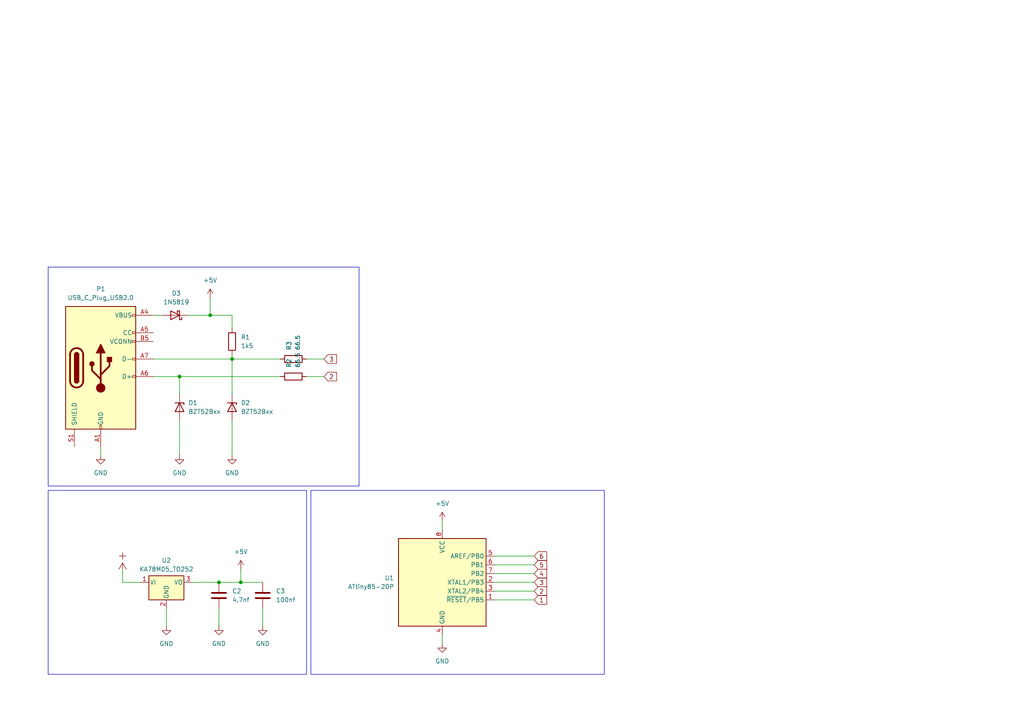
<source format=kicad_sch>
(kicad_sch (version 20250114) (generator "eeschema") (generator_version "9.0")
  (paper "A4")
  (lib_symbols
    (symbol "Connector:USB_C_Plug_USB2.0" (pin_names (offset 1.016))
      (property "Reference" "P" (at -10.16 19.05 0))
      (property "Value" "USB_C_Plug_USB2.0" (at 12.7 19.05 0))
      (symbol "USB_C_Plug_USB2.0_0_0"
        (rectangle (start -0.254 -17.78) (end 0.254 -16.764))
        (rectangle (start 10.16 15.494) (end 9.144 14.986))
        (rectangle (start 10.16 10.414) (end 9.144 9.906))
        (rectangle (start 10.16 7.874) (end 9.144 7.366))
        (rectangle (start 10.16 2.794) (end 9.144 2.286))
        (rectangle (start 10.16 -2.286) (end 9.144 -2.794))
      )
      (symbol "USB_C_Plug_USB2.0_0_1"
        (rectangle (start -10.16 17.78) (end 10.16 -17.78) (stroke (width 0.254)) (fill (type background)))
        (polyline (pts (xy -8.89 -3.81) (xy -8.89 3.81)) (stroke (width 0.508)))
        (rectangle (start -7.62 -3.81) (end -6.35 3.81) (stroke (width 0.254)) (fill (type outline)))
        (arc (start -7.62 3.81) (mid -6.985 4.4423) (end -6.35 3.81) (stroke (width 0.254)))
        (arc (start -7.62 3.81) (mid -6.985 4.4423) (end -6.35 3.81) (stroke (width 0.254)) (fill (type outline)))
        (arc (start -8.89 3.81) (mid -6.985 5.7067) (end -5.08 3.81) (stroke (width 0.508)))
        (arc (start -5.08 -3.81) (mid -6.985 -5.7067) (end -8.89 -3.81) (stroke (width 0.508)))
        (arc (start -6.35 -3.81) (mid -6.985 -4.4423) (end -7.62 -3.81) (stroke (width 0.254)))
        (arc (start -6.35 -3.81) (mid -6.985 -4.4423) (end -7.62 -3.81) (stroke (width 0.254)) (fill (type outline)))
        (polyline (pts (xy -5.08 3.81) (xy -5.08 -3.81)) (stroke (width 0.508)))
        (circle (center -2.54 1.143) (radius 0.635) (stroke (width 0.254)) (fill (type outline)))
        (polyline (pts (xy -1.27 4.318) (xy 0 6.858) (xy 1.27 4.318) (xy -1.27 4.318)) (stroke (width 0.254)) (fill (type outline)))
        (polyline (pts (xy 0 -2.032) (xy 2.54 0.508) (xy 2.54 1.778)) (stroke (width 0.508)))
        (polyline (pts (xy 0 -3.302) (xy -2.54 -0.762) (xy -2.54 0.508)) (stroke (width 0.508)))
        (polyline (pts (xy 0 -5.842) (xy 0 4.318)) (stroke (width 0.508)))
        (circle (center 0 -5.842) (radius 1.27) (fill (type outline)))
        (rectangle (start 1.905 1.778) (end 3.175 3.048) (stroke (width 0.254)) (fill (type outline)))
      )
      (symbol "USB_C_Plug_USB2.0_1_1"
        (pin passive line (at -7.62 -22.86 90) (length 5.08) (name "SHIELD") (number "S1"))
        (pin passive line (at 0 -22.86 90) (length 5.08) (name "GND") (number "A1"))
        (pin passive line (at 0 -22.86 90) (length 5.08) (hide yes) (name "GND") (number "A12"))
        (pin passive line (at 0 -22.86 90) (length 5.08) (hide yes) (name "GND") (number "B1"))
        (pin passive line (at 0 -22.86 90) (length 5.08) (hide yes) (name "GND") (number "B12"))
        (pin passive line (at 15.24 15.24 180) (length 5.08) (name "VBUS") (number "A4"))
        (pin passive line (at 15.24 15.24 180) (length 5.08) (hide yes) (name "VBUS") (number "A9"))
        (pin passive line (at 15.24 15.24 180) (length 5.08) (hide yes) (name "VBUS") (number "B4"))
        (pin passive line (at 15.24 15.24 180) (length 5.08) (hide yes) (name "VBUS") (number "B9"))
        (pin bidirectional line (at 15.24 10.16 180) (length 5.08) (name "CC") (number "A5"))
        (pin bidirectional line (at 15.24 7.62 180) (length 5.08) (name "VCONN") (number "B5"))
        (pin bidirectional line (at 15.24 2.54 180) (length 5.08) (name "D-") (number "A7"))
        (pin bidirectional line (at 15.24 -2.54 180) (length 5.08) (name "D+") (number "A6"))
      )
    )
    (symbol "Device:C" (pin_numbers (hide yes)) (pin_names (offset 0.254))
      (property "Reference" "C" (at 0.635 2.54 0))
      (property "Value" "C" (at 0.635 -2.54 0))
      (symbol "C_0_1"
        (polyline (pts (xy -2.032 0.762) (xy 2.032 0.762)) (stroke (width 0.508)))
        (polyline (pts (xy -2.032 -0.762) (xy 2.032 -0.762)) (stroke (width 0.508)))
      )
      (symbol "C_1_1"
        (pin passive line (at 0 3.81 270) (length 2.794) (name "~") (number "1"))
        (pin passive line (at 0 -3.81 90) (length 2.794) (name "~") (number "2"))
      )
    )
    (symbol "Device:R" (pin_numbers (hide yes)) (pin_names (offset 0))
      (property "Reference" "R" (at 2.032 0 90))
      (property "Value" "R" (at 0 0 90))
      (symbol "R_0_1"
        (rectangle (start -1.016 -2.54) (end 1.016 2.54) (stroke (width 0.254)))
      )
      (symbol "R_1_1"
        (pin passive line (at 0 3.81 270) (length 1.27) (name "~") (number "1"))
        (pin passive line (at 0 -3.81 90) (length 1.27) (name "~") (number "2"))
      )
    )
    (symbol "Diode:1N5819" (pin_numbers (hide yes)) (pin_names (offset 1.016) (hide yes))
      (property "Reference" "D" (at 0 2.54 0))
      (property "Value" "1N5819" (at 0 -2.54 0))
      (symbol "1N5819_0_1"
        (polyline (pts (xy -1.905 0.635) (xy -1.905 1.27) (xy -1.27 1.27) (xy -1.27 -1.27) (xy -0.635 -1.27) (xy -0.635 -0.635)) (stroke (width 0.254)))
        (polyline (pts (xy 1.27 1.27) (xy 1.27 -1.27) (xy -1.27 0) (xy 1.27 1.27)) (stroke (width 0.254)))
        (polyline (pts (xy 1.27 0) (xy -1.27 0)))
      )
      (symbol "1N5819_1_1"
        (pin passive line (at -3.81 0 0) (length 2.54) (name "K") (number "1"))
        (pin passive line (at 3.81 0 180) (length 2.54) (name "A") (number "2"))
      )
    )
    (symbol "Diode:BZT52Bxx" (pin_numbers (hide yes)) (pin_names (hide yes))
      (property "Reference" "D" (at 0 2.54 0))
      (property "Value" "BZT52Bxx" (at 0 -2.54 0))
      (symbol "BZT52Bxx_0_1"
        (polyline (pts (xy -1.27 -1.27) (xy -1.27 1.27) (xy -0.762 1.27)) (stroke (width 0.254)))
        (polyline (pts (xy 1.27 0) (xy -1.27 0)))
        (polyline (pts (xy 1.27 -1.27) (xy 1.27 1.27) (xy -1.27 0) (xy 1.27 -1.27)) (stroke (width 0.254)))
      )
      (symbol "BZT52Bxx_1_1"
        (pin passive line (at -3.81 0 0) (length 2.54) (name "K") (number "1"))
        (pin passive line (at 3.81 0 180) (length 2.54) (name "A") (number "2"))
      )
    )
    (symbol "MCU_Microchip_ATtiny:ATtiny85-20P"
      (property "Reference" "U" (at -12.7 13.97 0))
      (property "Value" "ATtiny85-20P" (at 2.54 -13.97 0))
      (symbol "ATtiny85-20P_0_1"
        (rectangle (start -12.7 -12.7) (end 12.7 12.7) (stroke (width 0.254)) (fill (type background)))
      )
      (symbol "ATtiny85-20P_1_1"
        (pin power_in line (at 0 15.24 270) (length 2.54) (name "VCC") (number "8"))
        (pin power_in line (at 0 -15.24 90) (length 2.54) (name "GND") (number "4"))
        (pin bidirectional line (at 15.24 7.62 180) (length 2.54) (name "AREF/PB0") (number "5"))
        (pin bidirectional line (at 15.24 5.08 180) (length 2.54) (name "PB1") (number "6"))
        (pin bidirectional line (at 15.24 2.54 180) (length 2.54) (name "PB2") (number "7"))
        (pin bidirectional line (at 15.24 0 180) (length 2.54) (name "XTAL1/PB3") (number "2"))
        (pin bidirectional line (at 15.24 -2.54 180) (length 2.54) (name "XTAL2/PB4") (number "3"))
        (pin bidirectional line (at 15.24 -5.08 180) (length 2.54) (name "~{RESET}/PB5") (number "1"))
      )
    )
    (symbol "PCM_Generic:P,+" (power) (pin_numbers (hide yes)) (pin_names (offset 1.27) (hide yes))
      (symbol "P,+_1_1"
        (polyline (pts (xy -1.0668 0) (xy 0 1.8288) (xy 1.0668 0)))
        (polyline (pts (xy 0 0) (xy 0 1.8288)))
        (text "+" (at 0 2.54 0) (effects (font (size 2.54 2.54)) (justify bottom)))
        (pin power_in line (at 0 0 0) (length 0) (hide yes) (name "+") (number "0"))
      )
    )
    (symbol "Regulator_Linear:KA78M05_TO252" (pin_names (offset 0.254))
      (property "Reference" "U" (at -3.81 3.175 0))
      (property "Value" "KA78M05_TO252" (at 0 3.175 0))
      (symbol "KA78M05_TO252_0_1"
        (rectangle (start -5.08 1.905) (end 5.08 -5.08) (stroke (width 0.254)) (fill (type background)))
      )
      (symbol "KA78M05_TO252_1_1"
        (pin power_in line (at -7.62 0 0) (length 2.54) (name "VI") (number "1"))
        (pin power_in line (at 0 -7.62 90) (length 2.54) (name "GND") (number "2"))
        (pin power_out line (at 7.62 0 180) (length 2.54) (name "VO") (number "3"))
      )
    )
    (symbol "power:+5V" (power) (pin_numbers (hide yes)) (pin_names (offset 0) (hide yes))
      (property "Value" "+5V" (at 0 3.556 0))
      (symbol "+5V_0_1"
        (polyline (pts (xy -0.762 1.27) (xy 0 2.54)))
        (polyline (pts (xy 0 2.54) (xy 0.762 1.27)))
        (polyline (pts (xy 0 0) (xy 0 2.54)))
      )
      (symbol "+5V_1_1"
        (pin power_in line (at 0 0 90) (length 0) (name "~") (number "1"))
      )
    )
    (symbol "power:GND" (power) (pin_numbers (hide yes)) (pin_names (offset 0) (hide yes))
      (property "Value" "GND" (at 0 -3.81 0))
      (symbol "GND_0_1"
        (polyline (pts (xy 0 0) (xy 0 -1.27) (xy 1.27 -1.27) (xy 0 -2.54) (xy -1.27 -1.27) (xy 0 -1.27)))
      )
      (symbol "GND_1_1"
        (pin power_in line (at 0 0 270) (length 0) (name "~") (number "1"))
      )
    )
  )
  (rectangle (start 90.17 142.24) (end 175.26 195.58))
  (rectangle (start 13.97 142.24) (end 88.9 195.58))
  (rectangle (start 13.97 77.47) (end 104.14 140.97))
  (junction (at 67.31 104.14))
  (junction (at 60.96 91.44))
  (junction (at 69.85 168.91))
  (junction (at 52.07 109.22))
  (junction (at 63.5 168.91))
  (wire (pts (xy 48.26 176.53) (xy 48.26 181.61)))
  (wire (pts (xy 67.31 104.14) (xy 81.28 104.14)))
  (wire (pts (xy 35.56 168.91) (xy 40.64 168.91)))
  (wire (pts (xy 143.51 166.37) (xy 154.94 166.37)))
  (wire (pts (xy 29.21 129.54) (xy 29.21 132.08)))
  (wire (pts (xy 55.88 168.91) (xy 63.5 168.91)))
  (wire (pts (xy 76.2 176.53) (xy 76.2 181.61)))
  (wire (pts (xy 63.5 176.53) (xy 63.5 181.61)))
  (wire (pts (xy 88.9 109.22) (xy 93.98 109.22)))
  (wire (pts (xy 143.51 163.83) (xy 154.94 163.83)))
  (wire (pts (xy 63.5 168.91) (xy 69.85 168.91)))
  (wire (pts (xy 52.07 109.22) (xy 52.07 114.3)))
  (wire (pts (xy 54.61 91.44) (xy 60.96 91.44)))
  (wire (pts (xy 128.27 184.15) (xy 128.27 186.69)))
  (wire (pts (xy 52.07 109.22) (xy 81.28 109.22)))
  (wire (pts (xy 67.31 102.87) (xy 67.31 104.14)))
  (wire (pts (xy 44.45 109.22) (xy 52.07 109.22)))
  (wire (pts (xy 143.51 161.29) (xy 154.94 161.29)))
  (wire (pts (xy 35.56 165.1) (xy 35.56 168.91)))
  (wire (pts (xy 88.9 104.14) (xy 93.98 104.14)))
  (wire (pts (xy 44.45 91.44) (xy 46.99 91.44)))
  (wire (pts (xy 143.51 168.91) (xy 154.94 168.91)))
  (wire (pts (xy 69.85 165.1) (xy 69.85 168.91)))
  (wire (pts (xy 67.31 121.92) (xy 67.31 132.08)))
  (wire (pts (xy 69.85 168.91) (xy 76.2 168.91)))
  (wire (pts (xy 143.51 173.99) (xy 154.94 173.99)))
  (wire (pts (xy 60.96 91.44) (xy 67.31 91.44)))
  (wire (pts (xy 52.07 121.92) (xy 52.07 132.08)))
  (wire (pts (xy 60.96 86.36) (xy 60.96 91.44)))
  (wire (pts (xy 44.45 104.14) (xy 67.31 104.14)))
  (wire (pts (xy 143.51 171.45) (xy 154.94 171.45)))
  (wire (pts (xy 67.31 91.44) (xy 67.31 95.25)))
  (wire (pts (xy 67.31 104.14) (xy 67.31 114.3)))
  (wire (pts (xy 128.27 151.13) (xy 128.27 153.67)))
  (global_label "2" (shape input) (at 93.98 109.22 0) (property "Intersheetrefs" "${INTERSHEET_REFS}" (effects (hide yes))))
  (global_label "2" (shape input) (at 154.94 171.45 0) (property "Intersheetrefs" "${INTERSHEET_REFS}" (effects (hide yes))))
  (global_label "5" (shape input) (at 154.94 163.83 0) (property "Intersheetrefs" "${INTERSHEET_REFS}" (effects (hide yes))))
  (global_label "4" (shape input) (at 154.94 166.37 0) (property "Intersheetrefs" "${INTERSHEET_REFS}" (effects (hide yes))))
  (global_label "3" (shape input) (at 154.94 168.91 0) (property "Intersheetrefs" "${INTERSHEET_REFS}" (effects (hide yes))))
  (global_label "3" (shape input) (at 93.98 104.14 0) (property "Intersheetrefs" "${INTERSHEET_REFS}" (effects (hide yes))))
  (global_label "1" (shape input) (at 154.94 173.99 0) (property "Intersheetrefs" "${INTERSHEET_REFS}" (effects (hide yes))))
  (global_label "6" (shape input) (at 154.94 161.29 0) (property "Intersheetrefs" "${INTERSHEET_REFS}" (effects (hide yes))))
  (symbol (lib_id "power:GND") (at 52.07 132.08 0) (unit 1)
    (property "Reference" "#PWR09" (effects (hide yes)))
    (property "Value" "GND" (at 52.07 137.16 0))
    (property "Description" "Power symbol creates a global label with name \"GND\" , ground" (effects (hide yes)))
  )
  (symbol (lib_id "power:+5V") (at 69.85 165.1 0) (unit 1)
    (property "Reference" "#PWR08" (effects (hide yes)))
    (property "Value" "+5V" (at 69.85 160.02 0))
    (property "Description" "Power symbol creates a global label with name \"+5V\"" (effects (hide yes)))
  )
  (symbol (lib_id "Device:C") (at 76.2 172.72 0) (unit 1)
    (property "Reference" "C3" (at 80.01 171.4499 0) (effects (justify left)))
    (property "Value" "100nf" (at 80.01 173.9899 0) (effects (justify left)))
    (property "Description" "Unpolarized capacitor" (effects (hide yes)))
  )
  (symbol (lib_id "power:+5V") (at 60.96 86.36 0) (unit 1)
    (property "Reference" "#PWR011" (effects (hide yes)))
    (property "Value" "+5V" (at 60.96 81.28 0))
    (property "Description" "Power symbol creates a global label with name \"+5V\"" (effects (hide yes)))
  )
  (symbol (lib_id "Regulator_Linear:KA78M05_TO252") (at 48.26 168.91 0) (unit 1)
    (property "Reference" "U2" (at 48.26 162.56 0))
    (property "Value" "KA78M05_TO252" (at 48.26 165.1 0))
    (property "Footprint" "Package_TO_SOT_SMD:TO-252-2" (effects (hide yes)))
    (property "Datasheet" "https://www.onsemi.com/pub/Collateral/MC78M00-D.PDF" (effects (hide yes)))
    (property "Description" "Positive 500mA 35V Linear Regulator, Fixed Output 5V, TO-252 (D-PAK)" (effects (hide yes)))
  )
  (symbol (lib_id "MCU_Microchip_ATtiny:ATtiny85-20P") (at 128.27 168.91 0) (unit 1)
    (property "Reference" "U1" (at 114.3 167.6399 0) (effects (justify right)))
    (property "Value" "ATtiny85-20P" (at 114.3 170.1799 0) (effects (justify right)))
    (property "Footprint" "Package_DIP:DIP-8_W7.62mm" (effects (hide yes)))
    (property "Datasheet" "http://ww1.microchip.com/downloads/en/DeviceDoc/atmel-2586-avr-8-bit-microcontroller-attiny25-attiny45-attiny85_datasheet.pdf" (effects (hide yes)))
    (property "Description" "20MHz, 8kB Flash, 512B SRAM, 512B EEPROM, debugWIRE, DIP-8" (effects (hide yes)))
  )
  (symbol (lib_id "power:GND") (at 76.2 181.61 0) (unit 1)
    (property "Reference" "#PWR06" (effects (hide yes)))
    (property "Value" "GND" (at 76.2 186.69 0))
    (property "Description" "Power symbol creates a global label with name \"GND\" , ground" (effects (hide yes)))
  )
  (symbol (lib_id "Connector:USB_C_Plug_USB2.0") (at 29.21 106.68 0) (unit 1)
    (property "Reference" "P1" (at 29.21 83.82 0))
    (property "Value" "USB_C_Plug_USB2.0" (at 29.21 86.36 0))
    (property "Datasheet" "https://www.usb.org/sites/default/files/documents/usb_type-c.zip" (effects (hide yes)))
    (property "Description" "USB 2.0-only Type-C Plug connector" (effects (hide yes)))
  )
  (symbol (lib_id "Device:R") (at 85.09 104.14 90) (unit 1)
    (property "Reference" "R3" (at 83.8199 101.6 0) (effects (justify left)))
    (property "Value" "66.5" (at 86.3599 101.6 0) (effects (justify left)))
    (property "Description" "Resistor" (effects (hide yes)))
  )
  (symbol (lib_id "PCM_Generic:P,+") (at 35.56 165.1 0) (unit 1)
    (property "Reference" "#PWR07" (effects (hide yes)))
    (property "Value" "P,+" (effects (hide yes)))
    (property "Description" "positive potential/voltage (global DC power supply node)" (effects (hide yes)))
  )
  (symbol (lib_id "power:GND") (at 48.26 181.61 0) (unit 1)
    (property "Reference" "#PWR04" (effects (hide yes)))
    (property "Value" "GND" (at 48.26 186.69 0))
    (property "Description" "Power symbol creates a global label with name \"GND\" , ground" (effects (hide yes)))
  )
  (symbol (lib_id "Device:R") (at 67.31 99.06 0) (unit 1)
    (property "Reference" "R1" (at 69.85 97.7899 0) (effects (justify left)))
    (property "Value" "1k5" (at 69.85 100.3299 0) (effects (justify left)))
    (property "Description" "Resistor" (effects (hide yes)))
  )
  (symbol (lib_id "Diode:BZT52Bxx") (at 67.31 118.11 270) (unit 1)
    (property "Reference" "D2" (at 69.85 116.8399 90) (effects (justify left)))
    (property "Value" "BZT52Bxx" (at 69.85 119.3799 90) (effects (justify left)))
    (property "Footprint" "Diode_SMD:D_SOD-123F" (effects (hide yes)))
    (property "Datasheet" "https://diotec.com/tl_files/diotec/files/pdf/datasheets/bzt52b2v4.pdf" (effects (hide yes)))
    (property "Description" "500mW Zener Diode, SOD-123F" (effects (hide yes)))
  )
  (symbol (lib_id "Diode:1N5819") (at 50.8 91.44 180) (unit 1)
    (property "Reference" "D3" (at 51.1175 85.09 0))
    (property "Value" "1N5819" (at 51.1175 87.63 0))
    (property "Footprint" "Diode_THT:D_DO-41_SOD81_P10.16mm_Horizontal" (effects (hide yes)))
    (property "Datasheet" "http://www.vishay.com/docs/88525/1n5817.pdf" (effects (hide yes)))
    (property "Description" "40V 1A Schottky Barrier Rectifier Diode, DO-41" (effects (hide yes)))
  )
  (symbol (lib_id "power:GND") (at 63.5 181.61 0) (unit 1)
    (property "Reference" "#PWR05" (effects (hide yes)))
    (property "Value" "GND" (at 63.5 186.69 0))
    (property "Description" "Power symbol creates a global label with name \"GND\" , ground" (effects (hide yes)))
  )
  (symbol (lib_id "power:+5V") (at 128.27 151.13 0) (unit 1)
    (property "Reference" "#PWR03" (effects (hide yes)))
    (property "Value" "+5V" (at 128.27 146.05 0))
    (property "Description" "Power symbol creates a global label with name \"+5V\"" (effects (hide yes)))
  )
  (symbol (lib_id "Device:C") (at 63.5 172.72 0) (unit 1)
    (property "Reference" "C2" (at 67.31 171.4499 0) (effects (justify left)))
    (property "Value" "4.7nf" (at 67.31 173.9899 0) (effects (justify left)))
    (property "Description" "Unpolarized capacitor" (effects (hide yes)))
  )
  (symbol (lib_id "Device:R") (at 85.09 109.22 90) (unit 1)
    (property "Reference" "R2" (at 83.8199 106.68 0) (effects (justify left)))
    (property "Value" "66.5" (at 86.3599 106.68 0) (effects (justify left)))
    (property "Description" "Resistor" (effects (hide yes)))
  )
  (symbol (lib_id "power:GND") (at 67.31 132.08 0) (unit 1)
    (property "Reference" "#PWR010" (effects (hide yes)))
    (property "Value" "GND" (at 67.31 137.16 0))
    (property "Description" "Power symbol creates a global label with name \"GND\" , ground" (effects (hide yes)))
  )
  (symbol (lib_id "power:GND") (at 29.21 132.08 0) (unit 1)
    (property "Reference" "#PWR01" (effects (hide yes)))
    (property "Value" "GND" (at 29.21 137.16 0))
    (property "Description" "Power symbol creates a global label with name \"GND\" , ground" (effects (hide yes)))
  )
  (symbol (lib_id "power:GND") (at 128.27 186.69 0) (unit 1)
    (property "Reference" "#PWR02" (effects (hide yes)))
    (property "Value" "GND" (at 128.27 191.77 0))
    (property "Description" "Power symbol creates a global label with name \"GND\" , ground" (effects (hide yes)))
  )
  (symbol (lib_id "Diode:BZT52Bxx") (at 52.07 118.11 270) (unit 1)
    (property "Reference" "D1" (at 54.61 116.8399 90) (effects (justify left)))
    (property "Value" "BZT52Bxx" (at 54.61 119.3799 90) (effects (justify left)))
    (property "Footprint" "Diode_SMD:D_SOD-123F" (effects (hide yes)))
    (property "Datasheet" "https://diotec.com/tl_files/diotec/files/pdf/datasheets/bzt52b2v4.pdf" (effects (hide yes)))
    (property "Description" "500mW Zener Diode, SOD-123F" (effects (hide yes)))
  )
)
</source>
